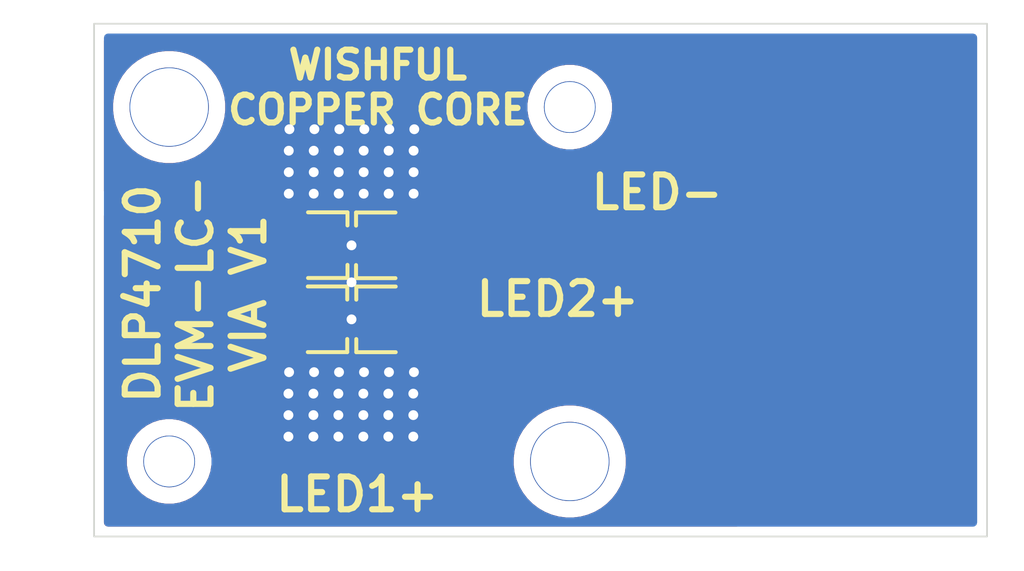
<source format=kicad_pcb>
(kicad_pcb (version 20241229) (generator "pcbnew") (generator_version "9.0")
  (layers (0 "F.Cu" signal) (2 "B.Cu" signal) (13 "F.Paste" user) (15 "B.Paste" user) (5 "F.SilkS" user "F.Silkscreen") (7 "B.SilkS" user "B.Silkscreen") (1 "F.Mask" user) (3 "B.Mask" user) (25 "Edge.Cuts" user))
  (net 0 "")
  (net 1 "/LED-")
  (net 2 "/LED2+")
  (net 3 "/LED1+")
  (footprint "LED_SMD:LED_Cree-XQ" (layer "F.Cu") (at 132.67688 96.022599 180)
    (property "Reference" "D3" (hide yes))
    (property "Value" "LED")
    (fp_line (start 0.2 1) (end -1 1) (stroke (width 0.12)) (layer "F.SilkS"))
    (fp_line (start 0.2 -1) (end -1 -1) (stroke (width 0.12)) (layer "F.SilkS"))
    (fp_line (start -1 1) (end -1 0.6) (stroke (width 0.12)) (layer "F.SilkS"))
    (fp_line (start -1 -1) (end -1 -0.6) (stroke (width 0.12)) (layer "F.SilkS"))
    (pad "1" smd rect (at -0.475 0 180) (size 0.65 1.6) (layers "F.Cu" "F.Mask" "F.Paste") (net 1 "/LED-"))
    (pad "2" smd rect (at 0.475 0 180) (size 0.65 1.6) (layers "F.Cu" "F.Mask" "F.Paste") (net 3 "/LED1+"))
  )
  (footprint "LEDBoardLibrary:CONN_874380231-SD_10_MOL" (layer "F.Cu") (at 151.07742 97.03816 90)
    (property "Reference" "J1" (hide yes))
    (property "Value" "Molex 874381043")
    (pad "1_1" smd rect (at -6.749999 -4.045199 90) (size 0.8382 2.6416) (layers "F.Cu" "F.Mask" "F.Paste") (net 3 "/LED1+"))
    (pad "1_2" smd rect (at -6.749999 -0.145199 90) (size 0.8382 3.556) (layers "F.Cu" "F.Mask" "F.Paste") (net 3 "/LED1+"))
    (pad "2_1" smd rect (at -5.25 -4.045199 90) (size 0.8382 2.6416) (layers "F.Cu" "F.Mask" "F.Paste") (net 3 "/LED1+"))
    (pad "2_2" smd rect (at -5.25 -0.145199 90) (size 0.8382 3.556) (layers "F.Cu" "F.Mask" "F.Paste") (net 3 "/LED1+"))
    (pad "3_1" smd rect (at -3.75 -4.045199 90) (size 0.8382 2.6416) (layers "F.Cu" "F.Mask" "F.Paste") (net 2 "/LED2+"))
    (pad "3_2" smd rect (at -3.75 -0.145199 90) (size 0.8382 3.556) (layers "F.Cu" "F.Mask" "F.Paste") (net 2 "/LED2+"))
    (pad "4_1" smd rect (at -2.250001 -4.045199 90) (size 0.8382 2.6416) (layers "F.Cu" "F.Mask" "F.Paste") (net 2 "/LED2+"))
    (pad "4_2" smd rect (at -2.250001 -0.145199 90) (size 0.8382 3.556) (layers "F.Cu" "F.Mask" "F.Paste") (net 2 "/LED2+"))
    (pad "5_1" smd rect (at -0.750001 -4.045199 90) (size 0.8382 2.6416) (layers "F.Cu" "F.Mask" "F.Paste") (net 2 "/LED2+"))
    (pad "5_2" smd rect (at -0.750001 -0.145199 90) (size 0.8382 3.556) (layers "F.Cu" "F.Mask" "F.Paste") (net 2 "/LED2+"))
    (pad "6_1" smd rect (at 0.749998 -4.045199 90) (size 0.8382 2.6416) (layers "F.Cu" "F.Mask" "F.Paste") (net 1 "/LED-"))
    (pad "6_2" smd rect (at 0.749998 -0.145199 90) (size 0.8382 3.556) (layers "F.Cu" "F.Mask" "F.Paste") (net 1 "/LED-"))
    (pad "7_1" smd rect (at 2.250001 -4.045199 90) (size 0.8382 2.6416) (layers "F.Cu" "F.Mask" "F.Paste") (net 1 "/LED-"))
    (pad "7_2" smd rect (at 2.250001 -0.145199 90) (size 0.8382 3.556) (layers "F.Cu" "F.Mask" "F.Paste") (net 1 "/LED-"))
    (pad "8_1" smd rect (at 3.75 -4.045199 90) (size 0.8382 2.6416) (layers "F.Cu" "F.Mask" "F.Paste") (net 1 "/LED-"))
    (pad "8_2" smd rect (at 3.75 -0.145199 90) (size 0.8382 3.556) (layers "F.Cu" "F.Mask" "F.Paste") (net 1 "/LED-"))
    (pad "9_1" smd rect (at 5.25 -4.045199 90) (size 0.8382 2.6416) (layers "F.Cu" "F.Mask" "F.Paste") (net 1 "/LED-"))
    (pad "9_2" smd rect (at 5.25 -0.145199 90) (size 0.8382 3.556) (layers "F.Cu" "F.Mask" "F.Paste") (net 1 "/LED-"))
    (pad "10_1" smd rect (at 6.749999 -4.045199 90) (size 0.8382 2.6416) (layers "F.Cu" "F.Mask" "F.Paste") (net 1 "/LED-"))
    (pad "10_2" smd rect (at 6.749999 -0.145199 90) (size 0.8382 3.556) (layers "F.Cu" "F.Mask" "F.Paste") (net 1 "/LED-"))
  )
  (footprint "LaughingsSynthFootprints:0dot060_inch_mechanical_hole" (layer "F.Cu") (at 128.250021 102.611359)
    (property "Reference" "H3" (hide yes))
    (property "Value" "MountingHole")
    (pad "" np_thru_hole circle (at 0 0) (size 1.5748 1.5748) (drill 1.524) (layers "*.Cu" "*.Mask"))
  )
  (footprint "LaughingsSynthFootprints:0dot060_inch_mechanical_hole" (layer "F.Cu") (at 140.442021 91.816359)
    (property "Reference" "H4" (hide yes))
    (property "Value" "MountingHole")
    (pad "" np_thru_hole circle (at 0 0) (size 1.5748 1.5748) (drill 1.524) (layers "*.Cu" "*.Mask"))
  )
  (footprint "LED_SMD:LED_Cree-XQ" (layer "F.Cu") (at 134.93748 96.027679)
    (property "Reference" "D2" (hide yes))
    (property "Value" "LED")
    (fp_line (start -1 -1) (end -1 -0.6) (stroke (width 0.12)) (layer "F.SilkS"))
    (fp_line (start -1 1) (end -1 0.6) (stroke (width 0.12)) (layer "F.SilkS"))
    (fp_line (start 0.2 -1) (end -1 -1) (stroke (width 0.12)) (layer "F.SilkS"))
    (fp_line (start 0.2 1) (end -1 1) (stroke (width 0.12)) (layer "F.SilkS"))
    (pad "1" smd rect (at -0.475 0) (size 0.65 1.6) (layers "F.Cu" "F.Mask" "F.Paste") (net 1 "/LED-"))
    (pad "2" smd rect (at 0.475 0) (size 0.65 1.6) (layers "F.Cu" "F.Mask" "F.Paste") (net 2 "/LED2+"))
  )
  (footprint "LaughingsSynthFootprints:0dot093_inch_mechanical_hole" (layer "F.Cu") (at 128.250021 91.816359)
    (property "Reference" "H1" (hide yes))
    (property "Value" "MountingHole")
    (pad "" np_thru_hole circle (at 0 0) (size 2.413 2.413) (drill 2.3622) (layers "*.Cu" "*.Mask"))
  )
  (footprint "LED_SMD:LED_Cree-XQ" (layer "F.Cu") (at 134.9451 98.28276)
    (property "Reference" "D1" (hide yes))
    (property "Value" "LED")
    (fp_line (start -1 -1) (end -1 -0.6) (stroke (width 0.12)) (layer "F.SilkS"))
    (fp_line (start -1 1) (end -1 0.6) (stroke (width 0.12)) (layer "F.SilkS"))
    (fp_line (start 0.2 -1) (end -1 -1) (stroke (width 0.12)) (layer "F.SilkS"))
    (fp_line (start 0.2 1) (end -1 1) (stroke (width 0.12)) (layer "F.SilkS"))
    (pad "1" smd rect (at -0.475 0) (size 0.65 1.6) (layers "F.Cu" "F.Mask" "F.Paste") (net 1 "/LED-"))
    (pad "2" smd rect (at 0.475 0) (size 0.65 1.6) (layers "F.Cu" "F.Mask" "F.Paste") (net 2 "/LED2+"))
  )
  (footprint "LED_SMD:LED_Cree-XQ" (layer "F.Cu") (at 132.6693 98.280659 180)
    (property "Reference" "D4" (hide yes))
    (property "Value" "LED")
    (fp_line (start 0.2 1) (end -1 1) (stroke (width 0.12)) (layer "F.SilkS"))
    (fp_line (start 0.2 -1) (end -1 -1) (stroke (width 0.12)) (layer "F.SilkS"))
    (fp_line (start -1 1) (end -1 0.6) (stroke (width 0.12)) (layer "F.SilkS"))
    (fp_line (start -1 -1) (end -1 -0.6) (stroke (width 0.12)) (layer "F.SilkS"))
    (pad "1" smd rect (at -0.475 0 180) (size 0.65 1.6) (layers "F.Cu" "F.Mask" "F.Paste") (net 1 "/LED-"))
    (pad "2" smd rect (at 0.475 0 180) (size 0.65 1.6) (layers "F.Cu" "F.Mask" "F.Paste") (net 3 "/LED1+"))
  )
  (footprint "LaughingsSynthFootprints:0dot093_inch_mechanical_hole" (layer "F.Cu") (at 140.442021 102.611359)
    (property "Reference" "H2" (hide yes))
    (property "Value" "MountingHole")
    (pad "" np_thru_hole circle (at 0 0) (size 2.413 2.413) (drill 2.3622) (layers "*.Cu" "*.Mask"))
  )
  (gr_rect (start 125.964021 89.276359) (end 153.142021 104.897359) (stroke (width 0.05)) (fill no) (layer "Edge.Cuts"))
  (gr_text "WISHFUL\nCOPPER CORE" (at 134.6 92.4 0) (layer "F.SilkS") (effects (font (size 0.85 0.85) (thickness 0.1875)) (justify bottom)))
  (gr_text "LED1+" (at 131.4 104.2 0) (layer "F.SilkS") (effects (font (size 1 1) (thickness 0.1875)) (justify left bottom)))
  (gr_text "DLP4710\nEVM-LC-\nVIA V1" (at 131.25 97.5 90) (layer "F.SilkS") (effects (font (size 1 1) (thickness 0.1875)) (justify bottom)))
  (gr_text "LED2+" (at 137.5 98.25 0) (layer "F.SilkS") (effects (font (size 1 1) (thickness 0.1875)) (justify left bottom)))
  (gr_text "LED-" (at 141 95 0) (layer "F.SilkS") (effects (font (size 1 1) (thickness 0.1875)) (justify left bottom)))
  (via (at 131.88 101.854286) (size 0.5) (drill 0.3) (layers "F.Cu" "B.Cu") (net 1))
  (via (at 132.65 94.454286) (size 0.5) (drill 0.3) (layers "F.Cu" "B.Cu") (net 1))
  (via (at 131.88 100.545714) (size 0.5) (drill 0.3) (layers "F.Cu" "B.Cu") (net 1))
  (via (at 133.4 101.854286) (size 0.5) (drill 0.3) (layers "F.Cu" "B.Cu") (net 1))
  (via (at 132.66 99.891428) (size 0.5) (drill 0.3) (layers "F.Cu" "B.Cu") (net 1))
  (via (at 135.68 100.545714) (size 0.5) (drill 0.3) (layers "F.Cu" "B.Cu") (net 1))
  (via (at 133.41 93.145714) (size 0.5) (drill 0.3) (layers "F.Cu" "B.Cu") (net 1))
  (via (at 131.89 94.454286) (size 0.5) (drill 0.3) (layers "F.Cu" "B.Cu") (net 1))
  (via (at 134.93 93.8) (size 0.5) (drill 0.3) (layers "F.Cu" "B.Cu") (net 1))
  (via (at 133.4 100.545714) (size 0.5) (drill 0.3) (layers "F.Cu" "B.Cu") (net 1))
  (via (at 135.69 93.145714) (size 0.5) (drill 0.3) (layers "F.Cu" "B.Cu") (net 1))
  (via (at 134.17 94.454286) (size 0.5) (drill 0.3) (layers "F.Cu" "B.Cu") (net 1))
  (via (at 131.89 93.8) (size 0.5) (drill 0.3) (layers "F.Cu" "B.Cu") (net 1))
  (via (at 131.9 99.891428) (size 0.5) (drill 0.3) (layers "F.Cu" "B.Cu") (net 1))
  (via (at 132.67 92.491428) (size 0.5) (drill 0.3) (layers "F.Cu" "B.Cu") (net 1))
  (via (at 134.17 93.8) (size 0.5) (drill 0.3) (layers "F.Cu" "B.Cu") (net 1))
  (via (at 133.41 94.454286) (size 0.5) (drill 0.3) (layers "F.Cu" "B.Cu") (net 1))
  (via (at 134.17 93.145714) (size 0.5) (drill 0.3) (layers "F.Cu" "B.Cu") (net 1))
  (via (at 135.71 92.491428) (size 0.5) (drill 0.3) (layers "F.Cu" "B.Cu") (net 1))
  (via (at 135.68 101.854286) (size 0.5) (drill 0.3) (layers "F.Cu" "B.Cu") (net 1))
  (via (at 135.69 93.8) (size 0.5) (drill 0.3) (layers "F.Cu" "B.Cu") (net 1))
  (via (at 134.16 101.2) (size 0.5) (drill 0.3) (layers "F.Cu" "B.Cu") (net 1))
  (via (at 134.16 100.545714) (size 0.5) (drill 0.3) (layers "F.Cu" "B.Cu") (net 1))
  (via (at 134.95 92.491428) (size 0.5) (drill 0.3) (layers "F.Cu" "B.Cu") (net 1))
  (via (at 133.43 92.491428) (size 0.5) (drill 0.3) (layers "F.Cu" "B.Cu") (net 1))
  (via (at 134.92 101.2) (size 0.5) (drill 0.3) (layers "F.Cu" "B.Cu") (net 1))
  (via (at 135.69 94.454286) (size 0.5) (drill 0.3) (layers "F.Cu" "B.Cu") (net 1))
  (via (at 132.65 93.8) (size 0.5) (drill 0.3) (layers "F.Cu" "B.Cu") (net 1))
  (via (at 134.16 101.854286) (size 0.5) (drill 0.3) (layers "F.Cu" "B.Cu") (net 1))
  (via (at 131.88 101.2) (size 0.5) (drill 0.3) (layers "F.Cu" "B.Cu") (net 1))
  (via (at 132.64 100.545714) (size 0.5) (drill 0.3) (layers "F.Cu" "B.Cu") (net 1))
  (via (at 134.92 100.545714) (size 0.5) (drill 0.3) (layers "F.Cu" "B.Cu") (net 1))
  (via (at 134.18 99.891428) (size 0.5) (drill 0.3) (layers "F.Cu" "B.Cu") (net 1))
  (via (at 133.8 97.155219) (size 0.5) (drill 0.3) (layers "F.Cu" "B.Cu") (net 1))
  (via (at 133.4 101.2) (size 0.5) (drill 0.3) (layers "F.Cu" "B.Cu") (net 1))
  (via (at 134.19 92.491428) (size 0.5) (drill 0.3) (layers "F.Cu" "B.Cu") (net 1))
  (via (at 132.64 101.2) (size 0.5) (drill 0.3) (layers "F.Cu" "B.Cu") (net 1))
  (via (at 134.94 99.891428) (size 0.5) (drill 0.3) (layers "F.Cu" "B.Cu") (net 1))
  (via (at 131.91 92.491428) (size 0.5) (drill 0.3) (layers "F.Cu" "B.Cu") (net 1))
  (via (at 133.42 99.891428) (size 0.5) (drill 0.3) (layers "F.Cu" "B.Cu") (net 1))
  (via (at 133.8 98.28276) (size 0.5) (drill 0.3) (layers "F.Cu" "B.Cu") (net 1))
  (via (at 134.93 94.454286) (size 0.5) (drill 0.3) (layers "F.Cu" "B.Cu") (net 1))
  (via (at 132.65 93.145714) (size 0.5) (drill 0.3) (layers "F.Cu" "B.Cu") (net 1))
  (via (at 135.7 99.891428) (size 0.5) (drill 0.3) (layers "F.Cu" "B.Cu") (net 1))
  (via (at 132.64 101.854286) (size 0.5) (drill 0.3) (layers "F.Cu" "B.Cu") (net 1))
  (via (at 134.92 101.854286) (size 0.5) (drill 0.3) (layers "F.Cu" "B.Cu") (net 1))
  (via (at 134.93 93.145714) (size 0.5) (drill 0.3) (layers "F.Cu" "B.Cu") (net 1))
  (via (at 131.89 93.145714) (size 0.5) (drill 0.3) (layers "F.Cu" "B.Cu") (net 1))
  (via (at 133.8 96.027679) (size 0.5) (drill 0.3) (layers "F.Cu" "B.Cu") (net 1))
  (via (at 135.68 101.2) (size 0.5) (drill 0.3) (layers "F.Cu" "B.Cu") (net 1))
  (via (at 133.41 93.8) (size 0.5) (drill 0.3) (layers "F.Cu" "B.Cu") (net 1))
  (zone (net 0) (net_name "") (layer "F.Cu") (name "connector") (connect_pads (clearance 0)) (min_thickness 0.25)
    (keepout (tracks allowed) (vias allowed) (pads allowed) (copperpour not_allowed) (footprints allowed))
    (fill (thermal_gap 0.5) (thermal_bridge_width 0.5))
    (polygon (pts (xy 145.80038 96.7) (xy 145.80038 97.4) (xy 151.80038 97.4) (xy 151.80038 96.7)))
  )
  (zone (net 1) (net_name "/LED-") (layer "F.Cu") (priority 5) (connect_pads (clearance 0.5)) (min_thickness 0.25) (fill yes (thermal_gap 0.5) (thermal_bridge_width 0.5))
    (polygon (pts (xy 136 99.5) (xy 135.953283 102.2) (xy 131.422956 102.2) (xy 131.500001 99.5)))
  )
  (zone (net 0) (net_name "") (layer "F.Cu") (name "connector") (connect_pads (clearance 0)) (min_thickness 0.25)
    (keepout (tracks allowed) (vias allowed) (pads allowed) (copperpour not_allowed) (footprints allowed))
    (fill (thermal_gap 0.5) (thermal_bridge_width 0.5))
    (polygon (pts (xy 146.40038 101.2) (xy 146.40038 101.9) (xy 152.40038 101.9) (xy 152.40038 101.2)))
  )
  (zone (net 0) (net_name "") (layer "F.Cu") (name "connector") (connect_pads (clearance 0)) (min_thickness 0.25)
    (keepout (tracks allowed) (vias allowed) (pads allowed) (copperpour not_allowed) (footprints allowed))
    (fill (thermal_gap 0.5) (thermal_bridge_width 0.5))
    (polygon (pts (xy 151.3 89.2) (xy 151.3 105.2) (xy 153.25 105.2) (xy 153.25 89.2)))
  )
  (zone (net 3) (net_name "/LED1+") (layer "F.Cu") (priority 4) (connect_pads (clearance 0.5)) (min_thickness 0.25) (fill yes (thermal_gap 0.2) (thermal_bridge_width 2.286))
    (polygon (pts (xy 126 104.75) (xy 126.07544 95) (xy 132.25 95) (xy 132.25 99.25) (xy 131.25 99.25) (xy 131.2 102.4) (xy 138.25 102.4) (xy 139.25 104.75)))
  )
  (zone (net 2) (net_name "/LED2+") (layer "F.Cu") (priority 1) (connect_pads (clearance 0.5)) (min_thickness 0.2286) (fill yes (thermal_gap 0.2) (thermal_bridge_width 2.286))
    (polygon (pts (xy 153.091221 101.404859) (xy 153.091221 97.163059) (xy 145.293421 97.163059) (xy 136.187521 95.217419) (xy 135.082621 95.207259) (xy 135.082621 99.068059) (xy 141.508821 99.068059) (xy 144.658421 101.404859) (xy 145.750621 101.404859)))
  )
  (zone (net 1) (net_name "/LED-") (layer "F.Cu") (priority 2) (connect_pads (clearance 0.5)) (min_thickness 0.25) (fill yes (thermal_gap 0.2) (thermal_bridge_width 0.8))
    (polygon (pts (xy 126.07544 94.8436) (xy 132.6769 94.83598) (xy 132.6769 101.68954) (xy 134.961126 101.68954) (xy 134.9451 94.83598) (xy 136.95426 94.83598) (xy 146.12874 96.85274) (xy 152.90038 96.85274) (xy 152.90038 89.66962) (xy 126.09322 89.66962)))
  )
  (zone (net 0) (net_name "") (layer "F.Cu") (name "connector") (connect_pads (clearance 0)) (min_thickness 0.25)
    (keepout (tracks allowed) (vias allowed) (pads allowed) (copperpour not_allowed) (footprints allowed))
    (fill (thermal_gap 0.5) (thermal_bridge_width 0.5))
    (polygon (pts (xy 146.65038 104.2) (xy 146.65038 105.05) (xy 152.65038 105.05) (xy 152.65038 104.2)))
  )
  (zone (net 3) (net_name "/LED1+") (layer "F.Cu") (connect_pads (clearance 0.5)) (min_thickness 0.25) (fill yes (thermal_gap 0.2) (thermal_bridge_width 1.27))
    (polygon (pts (xy 153.091221 101.658859) (xy 153.091221 104.808459) (xy 126.065621 104.808459) (xy 132.75 103.25) (xy 136.25 102.6) (xy 138.25 99.576059) (xy 141.458021 99.601459) (xy 144.201221 101.684259)))
  )
  (zone (net 0) (net_name "") (layer "F.Cu") (name "connector") (connect_pads (clearance 0)) (min_thickness 0.25)
    (keepout (tracks allowed) (vias allowed) (pads allowed) (copperpour not_allowed) (footprints allowed))
    (fill (thermal_gap 0.5) (thermal_bridge_width 0.5))
    (polygon (pts (xy 146.90038 89.05) (xy 146.90038 89.9) (xy 152.90038 89.9) (xy 152.90038 89.05)))
  )
  (zone (net 1) (net_name "/LED-") (layer "B.Cu") (priority 3) (connect_pads (clearance 0.5)) (min_thickness 0.25) (fill yes (thermal_gap 0.2) (thermal_bridge_width 0.8))
    (polygon (pts (xy 126.09068 89.40292) (xy 153.04262 89.40292) (xy 153.04262 104.65562) (xy 126.12624 104.65562)))
  )
)
</source>
